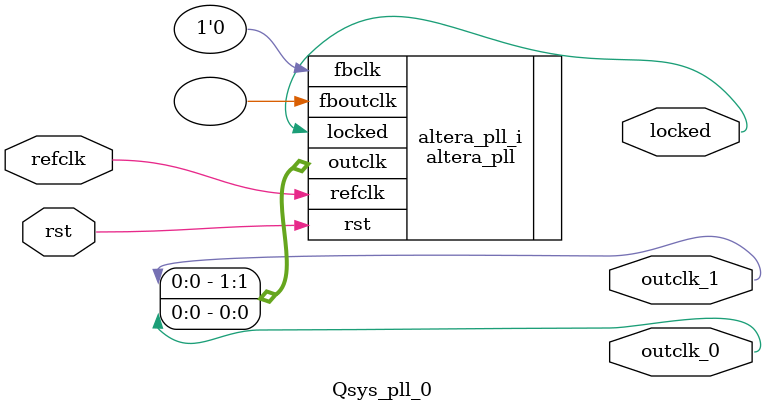
<source format=v>
`timescale 1ns/10ps
module  Qsys_pll_0(

	// interface 'refclk'
	input wire refclk,

	// interface 'reset'
	input wire rst,

	// interface 'outclk0'
	output wire outclk_0,

	// interface 'outclk1'
	output wire outclk_1,

	// interface 'locked'
	output wire locked
);

	altera_pll #(
		.fractional_vco_multiplier("false"),
		.reference_clock_frequency("50.0 MHz"),
		.operation_mode("direct"),
		.number_of_clocks(2),
		.output_clock_frequency0("100.000000 MHz"),
		.phase_shift0("0 ps"),
		.duty_cycle0(50),
		.output_clock_frequency1("40.000000 MHz"),
		.phase_shift1("0 ps"),
		.duty_cycle1(50),
		.output_clock_frequency2("0 MHz"),
		.phase_shift2("0 ps"),
		.duty_cycle2(50),
		.output_clock_frequency3("0 MHz"),
		.phase_shift3("0 ps"),
		.duty_cycle3(50),
		.output_clock_frequency4("0 MHz"),
		.phase_shift4("0 ps"),
		.duty_cycle4(50),
		.output_clock_frequency5("0 MHz"),
		.phase_shift5("0 ps"),
		.duty_cycle5(50),
		.output_clock_frequency6("0 MHz"),
		.phase_shift6("0 ps"),
		.duty_cycle6(50),
		.output_clock_frequency7("0 MHz"),
		.phase_shift7("0 ps"),
		.duty_cycle7(50),
		.output_clock_frequency8("0 MHz"),
		.phase_shift8("0 ps"),
		.duty_cycle8(50),
		.output_clock_frequency9("0 MHz"),
		.phase_shift9("0 ps"),
		.duty_cycle9(50),
		.output_clock_frequency10("0 MHz"),
		.phase_shift10("0 ps"),
		.duty_cycle10(50),
		.output_clock_frequency11("0 MHz"),
		.phase_shift11("0 ps"),
		.duty_cycle11(50),
		.output_clock_frequency12("0 MHz"),
		.phase_shift12("0 ps"),
		.duty_cycle12(50),
		.output_clock_frequency13("0 MHz"),
		.phase_shift13("0 ps"),
		.duty_cycle13(50),
		.output_clock_frequency14("0 MHz"),
		.phase_shift14("0 ps"),
		.duty_cycle14(50),
		.output_clock_frequency15("0 MHz"),
		.phase_shift15("0 ps"),
		.duty_cycle15(50),
		.output_clock_frequency16("0 MHz"),
		.phase_shift16("0 ps"),
		.duty_cycle16(50),
		.output_clock_frequency17("0 MHz"),
		.phase_shift17("0 ps"),
		.duty_cycle17(50),
		.pll_type("General"),
		.pll_subtype("General")
	) altera_pll_i (
		.rst	(rst),
		.outclk	({outclk_1, outclk_0}),
		.locked	(locked),
		.fboutclk	( ),
		.fbclk	(1'b0),
		.refclk	(refclk)
	);
endmodule


</source>
